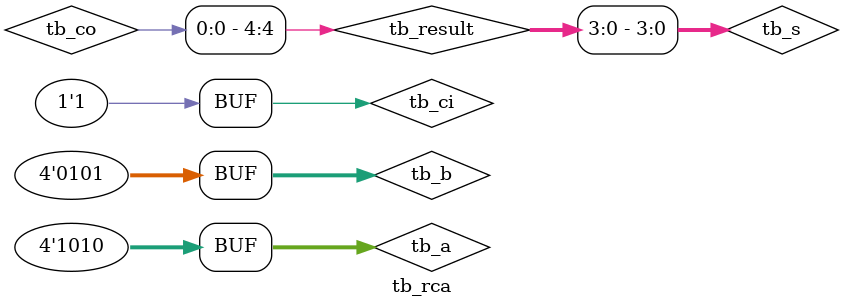
<source format=v>
`timescale 1ns/100ps

module tb_rca;
	reg[3:0] tb_a, tb_b;
	reg tb_ci;
	wire[3:0] tb_s;
	wire tb_co;
	wire [4:0] tb_result;
	
	rca rca(.a(tb_a),.b(tb_b),.ci(tb_ci),.s(tb_s),.co(tb_co)); // 4-bit RCA
	
	initial
	begin
	tb_a=0;tb_b=0; tb_ci=0;
   #10; tb_a=4'b0101;tb_b=4'b0010; 			// 5+2=7			no carry
   #10; tb_b=4'b0011; 							// 5+3=8			fa00, fa01, fa02 carry
	#10; tb_a=4'b1101; 							// -3+3=0			carry out
	#10; tb_a=4'b0100;tb_b=4'b0010;tb_ci=1;// 4+2+1=7			no carry
	#10; tb_b=4'b0101; 							// 4+5+1=10			fa00,fa02 carry
	#10; tb_a=4'b1010; 							// -6+5+1=0			carry out
	#10;
   end
		assign tb_result = {tb_co,tb_s};
endmodule

</source>
